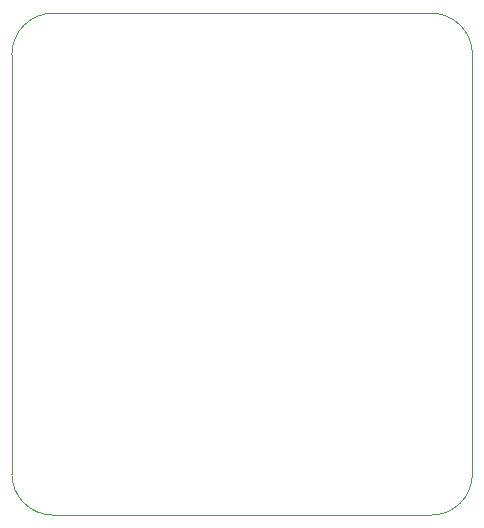
<source format=gbr>
%TF.GenerationSoftware,KiCad,Pcbnew,8.0.3*%
%TF.CreationDate,2024-06-24T15:37:01-04:00*%
%TF.ProjectId,xl1410e1,786c3134-3130-4653-912e-6b696361645f,rev?*%
%TF.SameCoordinates,PX7fcad80PY3211620*%
%TF.FileFunction,Profile,NP*%
%FSLAX46Y46*%
G04 Gerber Fmt 4.6, Leading zero omitted, Abs format (unit mm)*
G04 Created by KiCad (PCBNEW 8.0.3) date 2024-06-24 15:37:01*
%MOMM*%
%LPD*%
G01*
G04 APERTURE LIST*
%TA.AperFunction,Profile*%
%ADD10C,0.050000*%
%TD*%
G04 APERTURE END LIST*
D10*
X36500000Y-43500000D02*
X4500000Y-43500000D01*
X40000000Y-4500000D02*
X40000000Y-40000000D01*
X4500000Y-1000000D02*
X36500000Y-1000000D01*
X1000000Y-40000000D02*
X1000000Y-4500000D01*
X4500000Y-43500000D02*
G75*
G02*
X1000000Y-40000000I0J3500000D01*
G01*
X40000000Y-40000000D02*
G75*
G02*
X36500000Y-43500000I-3500000J0D01*
G01*
X36500000Y-1000000D02*
G75*
G02*
X40000000Y-4500000I0J-3500000D01*
G01*
X1000000Y-4500000D02*
G75*
G02*
X4500000Y-1000000I3500000J0D01*
G01*
M02*

</source>
